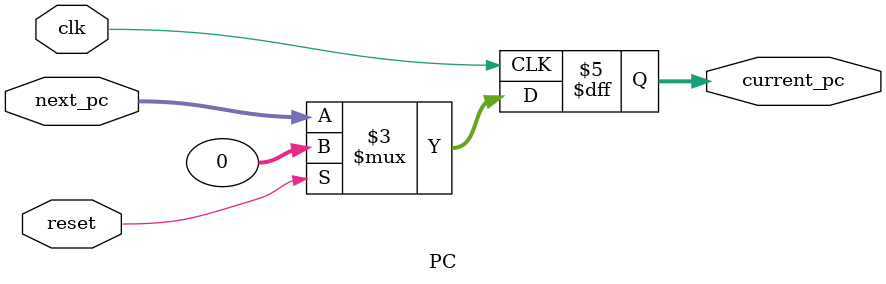
<source format=v>

`include "opcodes.v"

module PC #(parameter word_size = 32)(input reset, 
          input clk, 
          input [word_size-1 : 0] next_pc,
          output reg [word_size-1 : 0] current_pc);

always @(posedge clk)
begin 
    if (reset) current_pc <= 0;
    else current_pc <= next_pc;
end

endmodule

</source>
